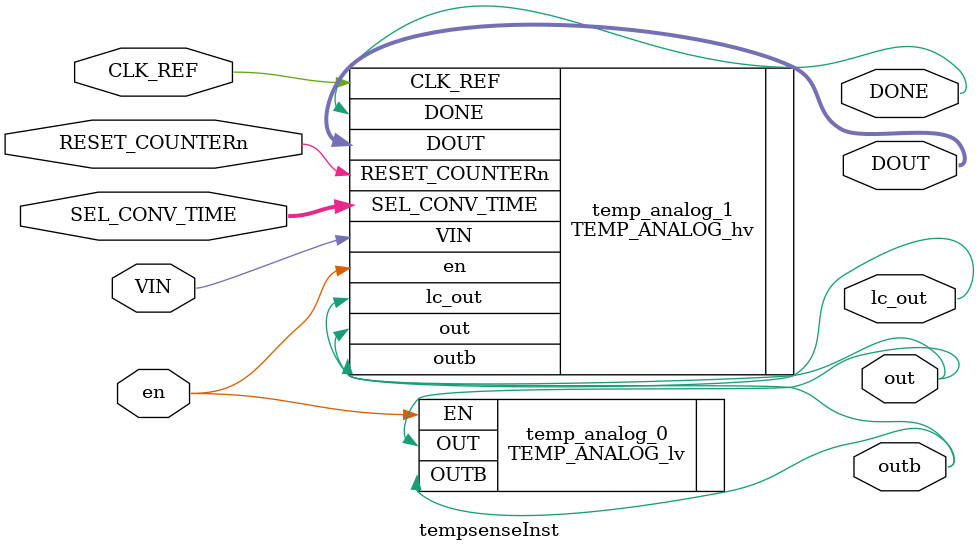
<source format=v>
module tempsenseInst
(
	input CLK_REF,
	input RESET_COUNTERn,
	input [3:0] SEL_CONV_TIME,
	input en,
	
	inout VIN, 
        output [23:0] DOUT,
	output DONE,
	output out, outb,
	output lc_out
	);

	TEMP_ANALOG_lv temp_analog_0(
		.EN(en),
		.OUT(out),
		.OUTB(outb)
	);

	TEMP_ANALOG_hv temp_analog_1(
	       	.CLK_REF(CLK_REF),
        	.RESET_COUNTERn(RESET_COUNTERn),
        	.SEL_CONV_TIME(SEL_CONV_TIME),
		.en(en),
		.out(out),
		.outb(outb),
		.DOUT(DOUT),
		.DONE(DONE),
		.lc_out(lc_out),
		.VIN(VIN)		
	);

endmodule


</source>
